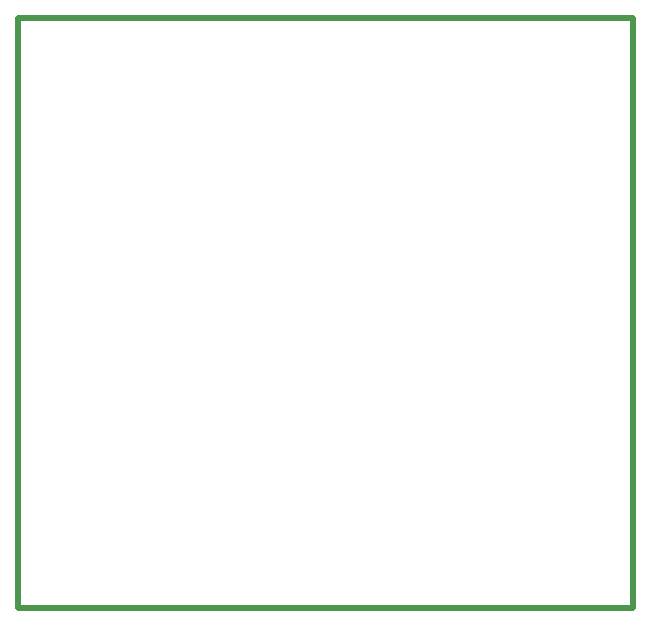
<source format=gm1>
G04*
G04 #@! TF.GenerationSoftware,Altium Limited,Altium Designer,21.4.1 (30)*
G04*
G04 Layer_Color=16711935*
%FSLAX24Y24*%
%MOIN*%
G70*
G04*
G04 #@! TF.SameCoordinates,E320E570-2092-40B9-98FA-40774E7A4B3A*
G04*
G04*
G04 #@! TF.FilePolarity,Positive*
G04*
G01*
G75*
%ADD69C,0.0197*%
D69*
X23543Y6850D02*
Y26535D01*
X3071D02*
X23543D01*
X3071D02*
X3071Y6850D01*
X23543D01*
M02*

</source>
